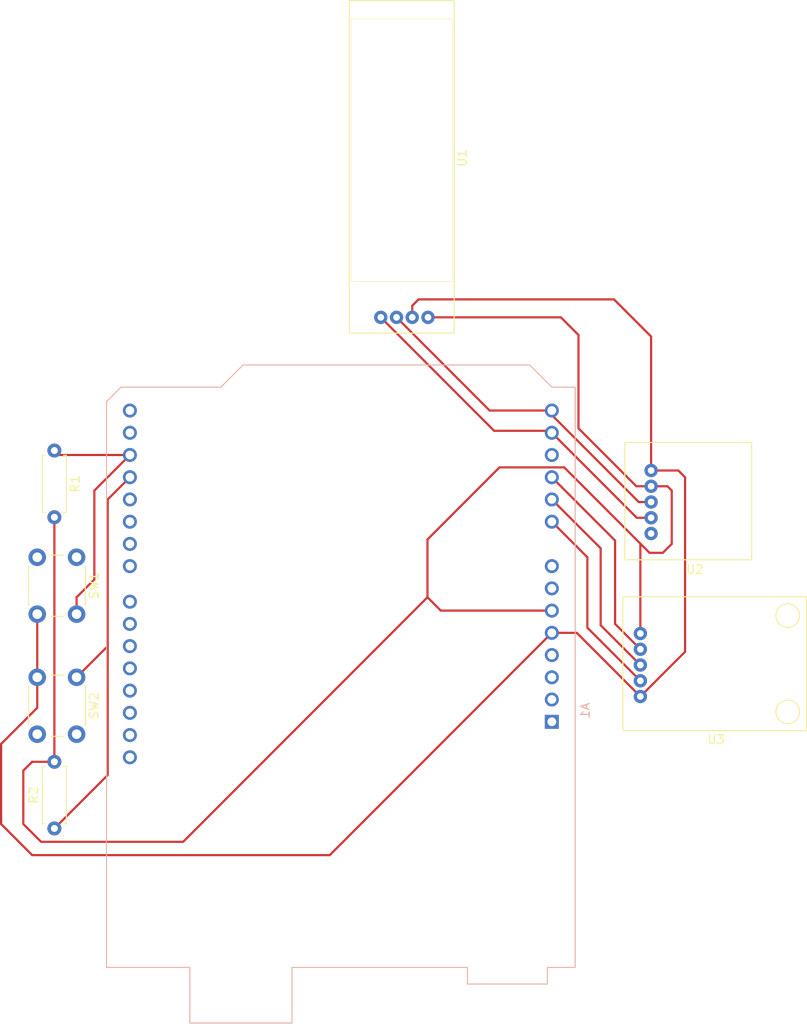
<source format=kicad_pcb>
(kicad_pcb (version 20171130) (host pcbnew 5.1.8-db9833491~88~ubuntu20.10.1)

  (general
    (thickness 1.6)
    (drawings 0)
    (tracks 76)
    (zones 0)
    (modules 8)
    (nets 32)
  )

  (page A4)
  (title_block
    (title "Electronic Compass")
    (date 2020-12-23)
    (rev V1)
  )

  (layers
    (0 F.Cu signal)
    (31 B.Cu signal)
    (32 B.Adhes user)
    (33 F.Adhes user)
    (34 B.Paste user)
    (35 F.Paste user)
    (36 B.SilkS user)
    (37 F.SilkS user)
    (38 B.Mask user)
    (39 F.Mask user)
    (40 Dwgs.User user)
    (41 Cmts.User user)
    (42 Eco1.User user)
    (43 Eco2.User user)
    (44 Edge.Cuts user)
    (45 Margin user)
    (46 B.CrtYd user)
    (47 F.CrtYd user)
    (48 B.Fab user)
    (49 F.Fab user)
  )

  (setup
    (last_trace_width 0.25)
    (trace_clearance 0.2)
    (zone_clearance 0.508)
    (zone_45_only no)
    (trace_min 0.2)
    (via_size 0.8)
    (via_drill 0.4)
    (via_min_size 0.4)
    (via_min_drill 0.3)
    (uvia_size 0.3)
    (uvia_drill 0.1)
    (uvias_allowed no)
    (uvia_min_size 0.2)
    (uvia_min_drill 0.1)
    (edge_width 0.05)
    (segment_width 0.2)
    (pcb_text_width 0.3)
    (pcb_text_size 1.5 1.5)
    (mod_edge_width 0.12)
    (mod_text_size 1 1)
    (mod_text_width 0.15)
    (pad_size 1.524 1.524)
    (pad_drill 0.762)
    (pad_to_mask_clearance 0)
    (aux_axis_origin 0 0)
    (visible_elements FFFFFF7F)
    (pcbplotparams
      (layerselection 0x010fc_ffffffff)
      (usegerberextensions false)
      (usegerberattributes true)
      (usegerberadvancedattributes true)
      (creategerberjobfile true)
      (excludeedgelayer true)
      (linewidth 0.100000)
      (plotframeref false)
      (viasonmask false)
      (mode 1)
      (useauxorigin false)
      (hpglpennumber 1)
      (hpglpenspeed 20)
      (hpglpendiameter 15.000000)
      (psnegative false)
      (psa4output false)
      (plotreference true)
      (plotvalue true)
      (plotinvisibletext false)
      (padsonsilk false)
      (subtractmaskfromsilk false)
      (outputformat 1)
      (mirror false)
      (drillshape 1)
      (scaleselection 1)
      (outputdirectory ""))
  )

  (net 0 "")
  (net 1 "Net-(A1-Pad29)")
  (net 2 "Net-(A1-Pad30)")
  (net 3 "Net-(A1-Pad1)")
  (net 4 /D2)
  (net 5 "Net-(A1-Pad2)")
  (net 6 /D3)
  (net 7 "Net-(A1-Pad3)")
  (net 8 "Net-(A1-Pad19)")
  (net 9 "Net-(A1-Pad4)")
  (net 10 "Net-(A1-Pad20)")
  (net 11 /VCC)
  (net 12 "Net-(A1-Pad21)")
  (net 13 /GND)
  (net 14 "Net-(A1-Pad22)")
  (net 15 "Net-(A1-Pad7)")
  (net 16 "Net-(A1-Pad23)")
  (net 17 "Net-(A1-Pad8)")
  (net 18 "Net-(A1-Pad24)")
  (net 19 /A0)
  (net 20 "Net-(A1-Pad25)")
  (net 21 /A1)
  (net 22 "Net-(A1-Pad26)")
  (net 23 /A2)
  (net 24 "Net-(A1-Pad27)")
  (net 25 "Net-(A1-Pad12)")
  (net 26 "Net-(A1-Pad28)")
  (net 27 /SDA)
  (net 28 /SCL)
  (net 29 "Net-(A1-Pad15)")
  (net 30 "Net-(A1-Pad16)")
  (net 31 "Net-(U2-Pad1)")

  (net_class Default "This is the default net class."
    (clearance 0.2)
    (trace_width 0.25)
    (via_dia 0.8)
    (via_drill 0.4)
    (uvia_dia 0.3)
    (uvia_drill 0.1)
    (add_net /A0)
    (add_net /A1)
    (add_net /A2)
    (add_net /D2)
    (add_net /D3)
    (add_net /GND)
    (add_net /SCL)
    (add_net /SDA)
    (add_net /VCC)
    (add_net "Net-(A1-Pad1)")
    (add_net "Net-(A1-Pad12)")
    (add_net "Net-(A1-Pad15)")
    (add_net "Net-(A1-Pad16)")
    (add_net "Net-(A1-Pad19)")
    (add_net "Net-(A1-Pad2)")
    (add_net "Net-(A1-Pad20)")
    (add_net "Net-(A1-Pad21)")
    (add_net "Net-(A1-Pad22)")
    (add_net "Net-(A1-Pad23)")
    (add_net "Net-(A1-Pad24)")
    (add_net "Net-(A1-Pad25)")
    (add_net "Net-(A1-Pad26)")
    (add_net "Net-(A1-Pad27)")
    (add_net "Net-(A1-Pad28)")
    (add_net "Net-(A1-Pad29)")
    (add_net "Net-(A1-Pad3)")
    (add_net "Net-(A1-Pad30)")
    (add_net "Net-(A1-Pad4)")
    (add_net "Net-(A1-Pad7)")
    (add_net "Net-(A1-Pad8)")
    (add_net "Net-(U2-Pad1)")
  )

  (module Module:Arduino_UNO_R2 (layer B.Cu) (tedit 58AB6071) (tstamp 5FE41568)
    (at 155.956 106.68 90)
    (descr "Arduino UNO R2, http://www.mouser.com/pdfdocs/Gravitech_Arduino_Nano3_0.pdf")
    (tags "Arduino UNO R2")
    (path /5FE398AF)
    (fp_text reference A1 (at 1.27 3.81 -90) (layer B.SilkS)
      (effects (font (size 1 1) (thickness 0.15)) (justify mirror))
    )
    (fp_text value Arduino_UNO_R2 (at 0 -21.59 90) (layer B.Fab)
      (effects (font (size 1 1) (thickness 0.15)) (justify mirror))
    )
    (fp_line (start -27.94 2.54) (end 38.1 2.54) (layer B.Fab) (width 0.1))
    (fp_line (start -27.94 -50.8) (end -27.94 2.54) (layer B.Fab) (width 0.1))
    (fp_line (start 36.58 -50.8) (end -27.94 -50.8) (layer B.Fab) (width 0.1))
    (fp_line (start 38.1 -49.28) (end 36.58 -50.8) (layer B.Fab) (width 0.1))
    (fp_line (start 38.1 0) (end 40.64 -2.54) (layer B.Fab) (width 0.1))
    (fp_line (start 38.1 2.54) (end 38.1 0) (layer B.Fab) (width 0.1))
    (fp_line (start 40.64 -35.31) (end 38.1 -37.85) (layer B.Fab) (width 0.1))
    (fp_line (start 40.64 -2.54) (end 40.64 -35.31) (layer B.Fab) (width 0.1))
    (fp_line (start 38.1 -37.85) (end 38.1 -49.28) (layer B.Fab) (width 0.1))
    (fp_line (start -29.84 -9.53) (end -29.84 -0.64) (layer B.Fab) (width 0.1))
    (fp_line (start -16.51 -9.53) (end -29.84 -9.53) (layer B.Fab) (width 0.1))
    (fp_line (start -16.51 -0.64) (end -16.51 -9.53) (layer B.Fab) (width 0.1))
    (fp_line (start -29.84 -0.64) (end -16.51 -0.64) (layer B.Fab) (width 0.1))
    (fp_line (start -34.29 -41.27) (end -34.29 -29.84) (layer B.Fab) (width 0.1))
    (fp_line (start -18.41 -41.27) (end -34.29 -41.27) (layer B.Fab) (width 0.1))
    (fp_line (start -18.41 -29.84) (end -18.41 -41.27) (layer B.Fab) (width 0.1))
    (fp_line (start -34.29 -29.84) (end -18.41 -29.84) (layer B.Fab) (width 0.1))
    (fp_line (start 38.23 -37.85) (end 40.77 -35.31) (layer B.SilkS) (width 0.12))
    (fp_line (start 38.23 -49.28) (end 38.23 -37.85) (layer B.SilkS) (width 0.12))
    (fp_line (start 36.58 -50.93) (end 38.23 -49.28) (layer B.SilkS) (width 0.12))
    (fp_line (start -28.07 -50.93) (end 36.58 -50.93) (layer B.SilkS) (width 0.12))
    (fp_line (start -28.07 -41.4) (end -28.07 -50.93) (layer B.SilkS) (width 0.12))
    (fp_line (start -34.42 -41.4) (end -28.07 -41.4) (layer B.SilkS) (width 0.12))
    (fp_line (start -34.42 -29.72) (end -34.42 -41.4) (layer B.SilkS) (width 0.12))
    (fp_line (start -28.07 -29.72) (end -34.42 -29.72) (layer B.SilkS) (width 0.12))
    (fp_line (start -28.07 -9.65) (end -28.07 -29.72) (layer B.SilkS) (width 0.12))
    (fp_line (start -29.97 -9.65) (end -28.07 -9.65) (layer B.SilkS) (width 0.12))
    (fp_line (start -29.97 -0.51) (end -29.97 -9.65) (layer B.SilkS) (width 0.12))
    (fp_line (start -28.07 -0.51) (end -29.97 -0.51) (layer B.SilkS) (width 0.12))
    (fp_line (start -28.07 2.67) (end -28.07 -0.51) (layer B.SilkS) (width 0.12))
    (fp_line (start 38.23 2.67) (end -28.07 2.67) (layer B.SilkS) (width 0.12))
    (fp_line (start 38.23 0) (end 38.23 2.67) (layer B.SilkS) (width 0.12))
    (fp_line (start 40.77 -2.54) (end 38.23 0) (layer B.SilkS) (width 0.12))
    (fp_line (start 40.77 -35.31) (end 40.77 -2.54) (layer B.SilkS) (width 0.12))
    (fp_line (start -28.19 2.79) (end 38.35 2.79) (layer B.CrtYd) (width 0.05))
    (fp_line (start -28.19 -0.38) (end -28.19 2.79) (layer B.CrtYd) (width 0.05))
    (fp_line (start -30.1 -0.38) (end -28.19 -0.38) (layer B.CrtYd) (width 0.05))
    (fp_line (start -30.1 -9.78) (end -30.1 -0.38) (layer B.CrtYd) (width 0.05))
    (fp_line (start -28.19 -9.78) (end -30.1 -9.78) (layer B.CrtYd) (width 0.05))
    (fp_line (start -28.19 -29.59) (end -28.19 -9.78) (layer B.CrtYd) (width 0.05))
    (fp_line (start -34.54 -29.59) (end -28.19 -29.59) (layer B.CrtYd) (width 0.05))
    (fp_line (start -34.54 -41.53) (end -34.54 -29.59) (layer B.CrtYd) (width 0.05))
    (fp_line (start -28.19 -41.53) (end -34.54 -41.53) (layer B.CrtYd) (width 0.05))
    (fp_line (start -28.19 -51.05) (end -28.19 -41.53) (layer B.CrtYd) (width 0.05))
    (fp_line (start 36.58 -51.05) (end -28.19 -51.05) (layer B.CrtYd) (width 0.05))
    (fp_line (start 38.35 -49.28) (end 36.58 -51.05) (layer B.CrtYd) (width 0.05))
    (fp_line (start 38.35 -37.85) (end 38.35 -49.28) (layer B.CrtYd) (width 0.05))
    (fp_line (start 40.89 -35.31) (end 38.35 -37.85) (layer B.CrtYd) (width 0.05))
    (fp_line (start 40.89 -2.54) (end 40.89 -35.31) (layer B.CrtYd) (width 0.05))
    (fp_line (start 38.35 0) (end 40.89 -2.54) (layer B.CrtYd) (width 0.05))
    (fp_line (start 38.35 2.79) (end 38.35 0) (layer B.CrtYd) (width 0.05))
    (fp_text user %R (at 0 -19.05 -90) (layer B.Fab)
      (effects (font (size 1 1) (thickness 0.15)) (justify mirror))
    )
    (pad 29 thru_hole oval (at -1.52 -48.26) (size 1.6 1.6) (drill 1) (layers *.Cu *.Mask)
      (net 1 "Net-(A1-Pad29)"))
    (pad 30 thru_hole oval (at -4.06 -48.26) (size 1.6 1.6) (drill 1) (layers *.Cu *.Mask)
      (net 2 "Net-(A1-Pad30)"))
    (pad 1 thru_hole rect (at 0 0) (size 1.6 1.6) (drill 1) (layers *.Cu *.Mask)
      (net 3 "Net-(A1-Pad1)"))
    (pad 17 thru_hole oval (at 30.48 -48.26) (size 1.6 1.6) (drill 1) (layers *.Cu *.Mask)
      (net 4 /D2))
    (pad 2 thru_hole oval (at 2.54 0) (size 1.6 1.6) (drill 1) (layers *.Cu *.Mask)
      (net 5 "Net-(A1-Pad2)"))
    (pad 18 thru_hole oval (at 27.94 -48.26) (size 1.6 1.6) (drill 1) (layers *.Cu *.Mask)
      (net 6 /D3))
    (pad 3 thru_hole oval (at 5.08 0) (size 1.6 1.6) (drill 1) (layers *.Cu *.Mask)
      (net 7 "Net-(A1-Pad3)"))
    (pad 19 thru_hole oval (at 25.4 -48.26) (size 1.6 1.6) (drill 1) (layers *.Cu *.Mask)
      (net 8 "Net-(A1-Pad19)"))
    (pad 4 thru_hole oval (at 7.62 0) (size 1.6 1.6) (drill 1) (layers *.Cu *.Mask)
      (net 9 "Net-(A1-Pad4)"))
    (pad 20 thru_hole oval (at 22.86 -48.26) (size 1.6 1.6) (drill 1) (layers *.Cu *.Mask)
      (net 10 "Net-(A1-Pad20)"))
    (pad 5 thru_hole oval (at 10.16 0) (size 1.6 1.6) (drill 1) (layers *.Cu *.Mask)
      (net 11 /VCC))
    (pad 21 thru_hole oval (at 20.32 -48.26) (size 1.6 1.6) (drill 1) (layers *.Cu *.Mask)
      (net 12 "Net-(A1-Pad21)"))
    (pad 6 thru_hole oval (at 12.7 0) (size 1.6 1.6) (drill 1) (layers *.Cu *.Mask)
      (net 13 /GND))
    (pad 22 thru_hole oval (at 17.78 -48.26) (size 1.6 1.6) (drill 1) (layers *.Cu *.Mask)
      (net 14 "Net-(A1-Pad22)"))
    (pad 7 thru_hole oval (at 15.24 0) (size 1.6 1.6) (drill 1) (layers *.Cu *.Mask)
      (net 15 "Net-(A1-Pad7)"))
    (pad 23 thru_hole oval (at 13.72 -48.26) (size 1.6 1.6) (drill 1) (layers *.Cu *.Mask)
      (net 16 "Net-(A1-Pad23)"))
    (pad 8 thru_hole oval (at 17.78 0) (size 1.6 1.6) (drill 1) (layers *.Cu *.Mask)
      (net 17 "Net-(A1-Pad8)"))
    (pad 24 thru_hole oval (at 11.18 -48.26) (size 1.6 1.6) (drill 1) (layers *.Cu *.Mask)
      (net 18 "Net-(A1-Pad24)"))
    (pad 9 thru_hole oval (at 22.86 0) (size 1.6 1.6) (drill 1) (layers *.Cu *.Mask)
      (net 19 /A0))
    (pad 25 thru_hole oval (at 8.64 -48.26) (size 1.6 1.6) (drill 1) (layers *.Cu *.Mask)
      (net 20 "Net-(A1-Pad25)"))
    (pad 10 thru_hole oval (at 25.4 0) (size 1.6 1.6) (drill 1) (layers *.Cu *.Mask)
      (net 21 /A1))
    (pad 26 thru_hole oval (at 6.1 -48.26) (size 1.6 1.6) (drill 1) (layers *.Cu *.Mask)
      (net 22 "Net-(A1-Pad26)"))
    (pad 11 thru_hole oval (at 27.94 0) (size 1.6 1.6) (drill 1) (layers *.Cu *.Mask)
      (net 23 /A2))
    (pad 27 thru_hole oval (at 3.56 -48.26) (size 1.6 1.6) (drill 1) (layers *.Cu *.Mask)
      (net 24 "Net-(A1-Pad27)"))
    (pad 12 thru_hole oval (at 30.48 0) (size 1.6 1.6) (drill 1) (layers *.Cu *.Mask)
      (net 25 "Net-(A1-Pad12)"))
    (pad 28 thru_hole oval (at 1.02 -48.26) (size 1.6 1.6) (drill 1) (layers *.Cu *.Mask)
      (net 26 "Net-(A1-Pad28)"))
    (pad 13 thru_hole oval (at 33.02 0) (size 1.6 1.6) (drill 1) (layers *.Cu *.Mask)
      (net 27 /SDA))
    (pad 14 thru_hole oval (at 35.56 0) (size 1.6 1.6) (drill 1) (layers *.Cu *.Mask)
      (net 28 /SCL))
    (pad 15 thru_hole oval (at 35.56 -48.26) (size 1.6 1.6) (drill 1) (layers *.Cu *.Mask)
      (net 29 "Net-(A1-Pad15)"))
    (pad 16 thru_hole oval (at 33.02 -48.26) (size 1.6 1.6) (drill 1) (layers *.Cu *.Mask)
      (net 30 "Net-(A1-Pad16)"))
    (model ${KISYS3DMOD}/Module.3dshapes/Arduino_UNO_R2.wrl
      (at (xyz 0 0 0))
      (scale (xyz 1 1 1))
      (rotate (xyz 0 0 0))
    )
  )

  (module breakout_boards:GY-61_ADXL335 (layer F.Cu) (tedit 5FE3D1A2) (tstamp 5FE41600)
    (at 164.084 107.696)
    (path /5FE3A15E)
    (fp_text reference U3 (at 10.668 1.016) (layer F.SilkS)
      (effects (font (size 1 1) (thickness 0.15)))
    )
    (fp_text value GY-61_ADXL335 (at 11.176 -16.256) (layer F.Fab)
      (effects (font (size 1 1) (thickness 0.15)))
    )
    (fp_circle (center 18.85 -2.15) (end 20.2 -2.15) (layer F.SilkS) (width 0.12))
    (fp_circle (center 18.85 -13.15) (end 20.2 -13.15) (layer F.SilkS) (width 0.12))
    (fp_line (start 21 0) (end 0 0) (layer F.SilkS) (width 0.12))
    (fp_line (start 21 -15.3) (end 21 0) (layer F.SilkS) (width 0.12))
    (fp_line (start 0 -15.3) (end 21 -15.3) (layer F.SilkS) (width 0.12))
    (fp_line (start 0 0) (end 0 -15.3) (layer F.SilkS) (width 0.12))
    (pad 1 thru_hole circle (at 2 -3.9) (size 1.524 1.524) (drill 0.762) (layers *.Cu *.Mask)
      (net 11 /VCC))
    (pad 2 thru_hole circle (at 2 -5.7) (size 1.524 1.524) (drill 0.762) (layers *.Cu *.Mask)
      (net 19 /A0))
    (pad 3 thru_hole circle (at 2 -7.5) (size 1.524 1.524) (drill 0.762) (layers *.Cu *.Mask)
      (net 21 /A1))
    (pad 4 thru_hole circle (at 2 -9.3) (size 1.524 1.524) (drill 0.762) (layers *.Cu *.Mask)
      (net 23 /A2))
    (pad 5 thru_hole circle (at 2 -11.1) (size 1.524 1.524) (drill 0.762) (layers *.Cu *.Mask)
      (net 13 /GND))
  )

  (module Resistor_THT:R_Axial_DIN0207_L6.3mm_D2.5mm_P7.62mm_Horizontal (layer F.Cu) (tedit 5AE5139B) (tstamp 5FE4157F)
    (at 99.06 75.692 270)
    (descr "Resistor, Axial_DIN0207 series, Axial, Horizontal, pin pitch=7.62mm, 0.25W = 1/4W, length*diameter=6.3*2.5mm^2, http://cdn-reichelt.de/documents/datenblatt/B400/1_4W%23YAG.pdf")
    (tags "Resistor Axial_DIN0207 series Axial Horizontal pin pitch 7.62mm 0.25W = 1/4W length 6.3mm diameter 2.5mm")
    (path /5FE3EFA9)
    (fp_text reference R1 (at 3.81 -2.37 90) (layer F.SilkS)
      (effects (font (size 1 1) (thickness 0.15)))
    )
    (fp_text value 10K (at 3.81 2.37 90) (layer F.Fab)
      (effects (font (size 1 1) (thickness 0.15)))
    )
    (fp_line (start 8.67 -1.5) (end -1.05 -1.5) (layer F.CrtYd) (width 0.05))
    (fp_line (start 8.67 1.5) (end 8.67 -1.5) (layer F.CrtYd) (width 0.05))
    (fp_line (start -1.05 1.5) (end 8.67 1.5) (layer F.CrtYd) (width 0.05))
    (fp_line (start -1.05 -1.5) (end -1.05 1.5) (layer F.CrtYd) (width 0.05))
    (fp_line (start 7.08 1.37) (end 7.08 1.04) (layer F.SilkS) (width 0.12))
    (fp_line (start 0.54 1.37) (end 7.08 1.37) (layer F.SilkS) (width 0.12))
    (fp_line (start 0.54 1.04) (end 0.54 1.37) (layer F.SilkS) (width 0.12))
    (fp_line (start 7.08 -1.37) (end 7.08 -1.04) (layer F.SilkS) (width 0.12))
    (fp_line (start 0.54 -1.37) (end 7.08 -1.37) (layer F.SilkS) (width 0.12))
    (fp_line (start 0.54 -1.04) (end 0.54 -1.37) (layer F.SilkS) (width 0.12))
    (fp_line (start 7.62 0) (end 6.96 0) (layer F.Fab) (width 0.1))
    (fp_line (start 0 0) (end 0.66 0) (layer F.Fab) (width 0.1))
    (fp_line (start 6.96 -1.25) (end 0.66 -1.25) (layer F.Fab) (width 0.1))
    (fp_line (start 6.96 1.25) (end 6.96 -1.25) (layer F.Fab) (width 0.1))
    (fp_line (start 0.66 1.25) (end 6.96 1.25) (layer F.Fab) (width 0.1))
    (fp_line (start 0.66 -1.25) (end 0.66 1.25) (layer F.Fab) (width 0.1))
    (fp_text user %R (at 3.81 0 90) (layer F.Fab)
      (effects (font (size 1 1) (thickness 0.15)))
    )
    (pad 1 thru_hole circle (at 0 0 270) (size 1.6 1.6) (drill 0.8) (layers *.Cu *.Mask)
      (net 4 /D2))
    (pad 2 thru_hole oval (at 7.62 0 270) (size 1.6 1.6) (drill 0.8) (layers *.Cu *.Mask)
      (net 13 /GND))
    (model ${KISYS3DMOD}/Resistor_THT.3dshapes/R_Axial_DIN0207_L6.3mm_D2.5mm_P7.62mm_Horizontal.wrl
      (at (xyz 0 0 0))
      (scale (xyz 1 1 1))
      (rotate (xyz 0 0 0))
    )
  )

  (module Resistor_THT:R_Axial_DIN0207_L6.3mm_D2.5mm_P7.62mm_Horizontal (layer F.Cu) (tedit 5AE5139B) (tstamp 5FE41596)
    (at 99.06 118.872 90)
    (descr "Resistor, Axial_DIN0207 series, Axial, Horizontal, pin pitch=7.62mm, 0.25W = 1/4W, length*diameter=6.3*2.5mm^2, http://cdn-reichelt.de/documents/datenblatt/B400/1_4W%23YAG.pdf")
    (tags "Resistor Axial_DIN0207 series Axial Horizontal pin pitch 7.62mm 0.25W = 1/4W length 6.3mm diameter 2.5mm")
    (path /5FE3F788)
    (fp_text reference R2 (at 3.81 -2.37 90) (layer F.SilkS)
      (effects (font (size 1 1) (thickness 0.15)))
    )
    (fp_text value 10K (at 3.81 2.37 90) (layer F.Fab)
      (effects (font (size 1 1) (thickness 0.15)))
    )
    (fp_line (start 0.66 -1.25) (end 0.66 1.25) (layer F.Fab) (width 0.1))
    (fp_line (start 0.66 1.25) (end 6.96 1.25) (layer F.Fab) (width 0.1))
    (fp_line (start 6.96 1.25) (end 6.96 -1.25) (layer F.Fab) (width 0.1))
    (fp_line (start 6.96 -1.25) (end 0.66 -1.25) (layer F.Fab) (width 0.1))
    (fp_line (start 0 0) (end 0.66 0) (layer F.Fab) (width 0.1))
    (fp_line (start 7.62 0) (end 6.96 0) (layer F.Fab) (width 0.1))
    (fp_line (start 0.54 -1.04) (end 0.54 -1.37) (layer F.SilkS) (width 0.12))
    (fp_line (start 0.54 -1.37) (end 7.08 -1.37) (layer F.SilkS) (width 0.12))
    (fp_line (start 7.08 -1.37) (end 7.08 -1.04) (layer F.SilkS) (width 0.12))
    (fp_line (start 0.54 1.04) (end 0.54 1.37) (layer F.SilkS) (width 0.12))
    (fp_line (start 0.54 1.37) (end 7.08 1.37) (layer F.SilkS) (width 0.12))
    (fp_line (start 7.08 1.37) (end 7.08 1.04) (layer F.SilkS) (width 0.12))
    (fp_line (start -1.05 -1.5) (end -1.05 1.5) (layer F.CrtYd) (width 0.05))
    (fp_line (start -1.05 1.5) (end 8.67 1.5) (layer F.CrtYd) (width 0.05))
    (fp_line (start 8.67 1.5) (end 8.67 -1.5) (layer F.CrtYd) (width 0.05))
    (fp_line (start 8.67 -1.5) (end -1.05 -1.5) (layer F.CrtYd) (width 0.05))
    (fp_text user %R (at 3.81 0 90) (layer F.Fab)
      (effects (font (size 1 1) (thickness 0.15)))
    )
    (pad 2 thru_hole oval (at 7.62 0 90) (size 1.6 1.6) (drill 0.8) (layers *.Cu *.Mask)
      (net 13 /GND))
    (pad 1 thru_hole circle (at 0 0 90) (size 1.6 1.6) (drill 0.8) (layers *.Cu *.Mask)
      (net 6 /D3))
    (model ${KISYS3DMOD}/Resistor_THT.3dshapes/R_Axial_DIN0207_L6.3mm_D2.5mm_P7.62mm_Horizontal.wrl
      (at (xyz 0 0 0))
      (scale (xyz 1 1 1))
      (rotate (xyz 0 0 0))
    )
  )

  (module Button_Switch_THT:SW_PUSH_6mm_H4.3mm (layer F.Cu) (tedit 5A02FE31) (tstamp 5FE4197D)
    (at 101.6 87.884 270)
    (descr "tactile push button, 6x6mm e.g. PHAP33xx series, height=4.3mm")
    (tags "tact sw push 6mm")
    (path /5FE3E267)
    (fp_text reference SW1 (at 3.25 -2 90) (layer F.SilkS)
      (effects (font (size 1 1) (thickness 0.15)))
    )
    (fp_text value SW_Push_Dual_x2 (at 3.75 6.7 90) (layer F.Fab)
      (effects (font (size 1 1) (thickness 0.15)))
    )
    (fp_circle (center 3.25 2.25) (end 1.25 2.5) (layer F.Fab) (width 0.1))
    (fp_line (start 6.75 3) (end 6.75 1.5) (layer F.SilkS) (width 0.12))
    (fp_line (start 5.5 -1) (end 1 -1) (layer F.SilkS) (width 0.12))
    (fp_line (start -0.25 1.5) (end -0.25 3) (layer F.SilkS) (width 0.12))
    (fp_line (start 1 5.5) (end 5.5 5.5) (layer F.SilkS) (width 0.12))
    (fp_line (start 8 -1.25) (end 8 5.75) (layer F.CrtYd) (width 0.05))
    (fp_line (start 7.75 6) (end -1.25 6) (layer F.CrtYd) (width 0.05))
    (fp_line (start -1.5 5.75) (end -1.5 -1.25) (layer F.CrtYd) (width 0.05))
    (fp_line (start -1.25 -1.5) (end 7.75 -1.5) (layer F.CrtYd) (width 0.05))
    (fp_line (start -1.5 6) (end -1.25 6) (layer F.CrtYd) (width 0.05))
    (fp_line (start -1.5 5.75) (end -1.5 6) (layer F.CrtYd) (width 0.05))
    (fp_line (start -1.5 -1.5) (end -1.25 -1.5) (layer F.CrtYd) (width 0.05))
    (fp_line (start -1.5 -1.25) (end -1.5 -1.5) (layer F.CrtYd) (width 0.05))
    (fp_line (start 8 -1.5) (end 8 -1.25) (layer F.CrtYd) (width 0.05))
    (fp_line (start 7.75 -1.5) (end 8 -1.5) (layer F.CrtYd) (width 0.05))
    (fp_line (start 8 6) (end 8 5.75) (layer F.CrtYd) (width 0.05))
    (fp_line (start 7.75 6) (end 8 6) (layer F.CrtYd) (width 0.05))
    (fp_line (start 0.25 -0.75) (end 3.25 -0.75) (layer F.Fab) (width 0.1))
    (fp_line (start 0.25 5.25) (end 0.25 -0.75) (layer F.Fab) (width 0.1))
    (fp_line (start 6.25 5.25) (end 0.25 5.25) (layer F.Fab) (width 0.1))
    (fp_line (start 6.25 -0.75) (end 6.25 5.25) (layer F.Fab) (width 0.1))
    (fp_line (start 3.25 -0.75) (end 6.25 -0.75) (layer F.Fab) (width 0.1))
    (fp_text user %R (at 3.25 2.25 90) (layer F.Fab)
      (effects (font (size 1 1) (thickness 0.15)))
    )
    (pad 2 thru_hole circle (at 0 4.5) (size 2 2) (drill 1.1) (layers *.Cu *.Mask)
      (net 11 /VCC))
    (pad 1 thru_hole circle (at 0 0) (size 2 2) (drill 1.1) (layers *.Cu *.Mask)
      (net 4 /D2))
    (pad 2 thru_hole circle (at 6.5 4.5) (size 2 2) (drill 1.1) (layers *.Cu *.Mask)
      (net 11 /VCC))
    (pad 1 thru_hole circle (at 6.5 0) (size 2 2) (drill 1.1) (layers *.Cu *.Mask)
      (net 4 /D2))
    (model ${KISYS3DMOD}/Button_Switch_THT.3dshapes/SW_PUSH_6mm_H4.3mm.wrl
      (at (xyz 0 0 0))
      (scale (xyz 1 1 1))
      (rotate (xyz 0 0 0))
    )
  )

  (module Button_Switch_THT:SW_PUSH_6mm_H4.3mm (layer F.Cu) (tedit 5A02FE31) (tstamp 5FE415D4)
    (at 101.6 101.6 270)
    (descr "tactile push button, 6x6mm e.g. PHAP33xx series, height=4.3mm")
    (tags "tact sw push 6mm")
    (path /5FEA3381)
    (fp_text reference SW2 (at 3.25 -2 90) (layer F.SilkS)
      (effects (font (size 1 1) (thickness 0.15)))
    )
    (fp_text value SW_Push_Dual_x2 (at 3.75 6.7 90) (layer F.Fab)
      (effects (font (size 1 1) (thickness 0.15)))
    )
    (fp_line (start 3.25 -0.75) (end 6.25 -0.75) (layer F.Fab) (width 0.1))
    (fp_line (start 6.25 -0.75) (end 6.25 5.25) (layer F.Fab) (width 0.1))
    (fp_line (start 6.25 5.25) (end 0.25 5.25) (layer F.Fab) (width 0.1))
    (fp_line (start 0.25 5.25) (end 0.25 -0.75) (layer F.Fab) (width 0.1))
    (fp_line (start 0.25 -0.75) (end 3.25 -0.75) (layer F.Fab) (width 0.1))
    (fp_line (start 7.75 6) (end 8 6) (layer F.CrtYd) (width 0.05))
    (fp_line (start 8 6) (end 8 5.75) (layer F.CrtYd) (width 0.05))
    (fp_line (start 7.75 -1.5) (end 8 -1.5) (layer F.CrtYd) (width 0.05))
    (fp_line (start 8 -1.5) (end 8 -1.25) (layer F.CrtYd) (width 0.05))
    (fp_line (start -1.5 -1.25) (end -1.5 -1.5) (layer F.CrtYd) (width 0.05))
    (fp_line (start -1.5 -1.5) (end -1.25 -1.5) (layer F.CrtYd) (width 0.05))
    (fp_line (start -1.5 5.75) (end -1.5 6) (layer F.CrtYd) (width 0.05))
    (fp_line (start -1.5 6) (end -1.25 6) (layer F.CrtYd) (width 0.05))
    (fp_line (start -1.25 -1.5) (end 7.75 -1.5) (layer F.CrtYd) (width 0.05))
    (fp_line (start -1.5 5.75) (end -1.5 -1.25) (layer F.CrtYd) (width 0.05))
    (fp_line (start 7.75 6) (end -1.25 6) (layer F.CrtYd) (width 0.05))
    (fp_line (start 8 -1.25) (end 8 5.75) (layer F.CrtYd) (width 0.05))
    (fp_line (start 1 5.5) (end 5.5 5.5) (layer F.SilkS) (width 0.12))
    (fp_line (start -0.25 1.5) (end -0.25 3) (layer F.SilkS) (width 0.12))
    (fp_line (start 5.5 -1) (end 1 -1) (layer F.SilkS) (width 0.12))
    (fp_line (start 6.75 3) (end 6.75 1.5) (layer F.SilkS) (width 0.12))
    (fp_circle (center 3.25 2.25) (end 1.25 2.5) (layer F.Fab) (width 0.1))
    (fp_text user %R (at 3.25 2.25 90) (layer F.Fab)
      (effects (font (size 1 1) (thickness 0.15)))
    )
    (pad 1 thru_hole circle (at 6.5 0) (size 2 2) (drill 1.1) (layers *.Cu *.Mask)
      (net 6 /D3))
    (pad 2 thru_hole circle (at 6.5 4.5) (size 2 2) (drill 1.1) (layers *.Cu *.Mask)
      (net 11 /VCC))
    (pad 1 thru_hole circle (at 0 0) (size 2 2) (drill 1.1) (layers *.Cu *.Mask)
      (net 6 /D3))
    (pad 2 thru_hole circle (at 0 4.5) (size 2 2) (drill 1.1) (layers *.Cu *.Mask)
      (net 11 /VCC))
    (model ${KISYS3DMOD}/Button_Switch_THT.3dshapes/SW_PUSH_6mm_H4.3mm.wrl
      (at (xyz 0 0 0))
      (scale (xyz 1 1 1))
      (rotate (xyz 0 0 0))
    )
  )

  (module breakout_boards:OLED_128x32 (layer F.Cu) (tedit 5FDFD397) (tstamp 5FE415E4)
    (at 139.192 42.672 90)
    (path /5FE3B5B4)
    (fp_text reference U1 (at 0.4 6.5 90) (layer F.SilkS)
      (effects (font (size 1 1) (thickness 0.15)))
    )
    (fp_text value OLED_128x32 (at -0.5 -7.5 90) (layer F.Fab)
      (effects (font (size 1 1) (thickness 0.15)))
    )
    (fp_line (start -19.6 -6.4) (end -19.6 5.6) (layer F.SilkS) (width 0.12))
    (fp_line (start 18.4 -6.4) (end -19.6 -6.4) (layer F.SilkS) (width 0.12))
    (fp_line (start 18.4 5.6) (end 18.4 -6.4) (layer F.SilkS) (width 0.12))
    (fp_line (start -19.6 5.6) (end 18.4 5.6) (layer F.SilkS) (width 0.12))
    (fp_line (start -13.7 -6.2) (end -13.7 5.4) (layer F.SilkS) (width 0.06))
    (fp_line (start -13.7 5.4) (end 16.3 5.4) (layer F.SilkS) (width 0.06))
    (fp_line (start 16.3 5.4) (end 16.3 -6.2) (layer F.SilkS) (width 0.06))
    (fp_line (start 16.3 -6.2) (end -13.7 -6.2) (layer F.SilkS) (width 0.06))
    (pad 1 thru_hole circle (at -17.8 2.6 90) (size 1.524 1.524) (drill 0.762) (layers *.Cu *.Mask)
      (net 13 /GND))
    (pad 2 thru_hole circle (at -17.8 0.8 90) (size 1.524 1.524) (drill 0.762) (layers *.Cu *.Mask)
      (net 11 /VCC))
    (pad 3 thru_hole circle (at -17.8 -1 90) (size 1.524 1.524) (drill 0.762) (layers *.Cu *.Mask)
      (net 28 /SCL))
    (pad 4 thru_hole circle (at -17.8 -2.8 90) (size 1.524 1.524) (drill 0.762) (layers *.Cu *.Mask)
      (net 27 /SDA))
  )

  (module breakout_boards:GY-271_QMLC5883L (layer F.Cu) (tedit 5FE11E94) (tstamp 5FE415F1)
    (at 172.212 80.772)
    (path /5FE3ACCD)
    (fp_text reference U2 (at 0.1 8.5) (layer F.SilkS)
      (effects (font (size 1 1) (thickness 0.15)))
    )
    (fp_text value GY-271_QMC5883L (at 0 -7.5) (layer F.Fab)
      (effects (font (size 1 1) (thickness 0.15)))
    )
    (fp_line (start 6.6 -6) (end 6.6 7.4) (layer F.SilkS) (width 0.12))
    (fp_line (start -7.9 7.4) (end -7.9 -6) (layer F.SilkS) (width 0.12))
    (fp_line (start 6.6 7.4) (end -7.9 7.4) (layer F.SilkS) (width 0.12))
    (fp_line (start -7.9 -6) (end 6.6 -6) (layer F.SilkS) (width 0.12))
    (pad 1 thru_hole circle (at -4.9 4.4) (size 1.524 1.524) (drill 0.762) (layers *.Cu *.Mask)
      (net 31 "Net-(U2-Pad1)"))
    (pad 3 thru_hole circle (at -4.9 0.8) (size 1.524 1.524) (drill 0.762) (layers *.Cu *.Mask)
      (net 28 /SCL))
    (pad 4 thru_hole circle (at -4.9 -1) (size 1.524 1.524) (drill 0.762) (layers *.Cu *.Mask)
      (net 13 /GND))
    (pad 5 thru_hole circle (at -4.9 -2.8) (size 1.524 1.524) (drill 0.762) (layers *.Cu *.Mask)
      (net 11 /VCC))
    (pad 2 thru_hole circle (at -4.9 2.6) (size 1.524 1.524) (drill 0.762) (layers *.Cu *.Mask)
      (net 27 /SDA))
  )

  (segment (start 101.6 94.384) (end 101.6 92.456) (width 0.25) (layer F.Cu) (net 4))
  (segment (start 101.6 92.456) (end 103.632 90.424) (width 0.25) (layer F.Cu) (net 4))
  (segment (start 103.632 80.264) (end 107.696 76.2) (width 0.25) (layer F.Cu) (net 4))
  (segment (start 103.632 90.424) (end 103.632 80.264) (width 0.25) (layer F.Cu) (net 4))
  (segment (start 99.568 76.2) (end 99.06 75.692) (width 0.25) (layer F.Cu) (net 4))
  (segment (start 107.696 76.2) (end 99.568 76.2) (width 0.25) (layer F.Cu) (net 4))
  (segment (start 107.696 78.74) (end 105.156 81.28) (width 0.25) (layer F.Cu) (net 6))
  (segment (start 105.156 98.044) (end 101.6 101.6) (width 0.25) (layer F.Cu) (net 6))
  (segment (start 105.156 81.28) (end 105.156 98.044) (width 0.25) (layer F.Cu) (net 6))
  (segment (start 101.6 116.332) (end 99.06 118.872) (width 0.25) (layer F.Cu) (net 6))
  (segment (start 105.156 112.776) (end 101.6 116.332) (width 0.25) (layer F.Cu) (net 6))
  (segment (start 105.156 98.044) (end 105.156 112.776) (width 0.25) (layer F.Cu) (net 6))
  (segment (start 139.992 60.472) (end 139.992 59.144) (width 0.25) (layer F.Cu) (net 11))
  (segment (start 139.992 59.144) (end 140.716 58.42) (width 0.25) (layer F.Cu) (net 11))
  (segment (start 140.716 58.42) (end 163.068 58.42) (width 0.25) (layer F.Cu) (net 11))
  (segment (start 167.312 62.664) (end 167.312 77.972) (width 0.25) (layer F.Cu) (net 11))
  (segment (start 163.068 58.42) (end 167.312 62.664) (width 0.25) (layer F.Cu) (net 11))
  (segment (start 97.1 101.6) (end 97.1 94.384) (width 0.25) (layer F.Cu) (net 11))
  (segment (start 97.1 101.6) (end 97.1 105.084) (width 0.25) (layer F.Cu) (net 11))
  (segment (start 97.1 105.084) (end 92.964 109.22) (width 0.25) (layer F.Cu) (net 11))
  (segment (start 92.964 109.22) (end 92.964 118.364) (width 0.25) (layer F.Cu) (net 11))
  (segment (start 92.964 118.364) (end 96.52 121.92) (width 0.25) (layer F.Cu) (net 11))
  (segment (start 130.556 121.92) (end 155.956 96.52) (width 0.25) (layer F.Cu) (net 11))
  (segment (start 96.52 121.92) (end 130.556 121.92) (width 0.25) (layer F.Cu) (net 11))
  (segment (start 158.808 96.52) (end 166.084 103.796) (width 0.25) (layer F.Cu) (net 11))
  (segment (start 155.956 96.52) (end 158.808 96.52) (width 0.25) (layer F.Cu) (net 11))
  (segment (start 171.196 98.684) (end 166.084 103.796) (width 0.25) (layer F.Cu) (net 11))
  (segment (start 171.196 78.74) (end 171.196 98.684) (width 0.25) (layer F.Cu) (net 11))
  (segment (start 170.428 77.972) (end 171.196 78.74) (width 0.25) (layer F.Cu) (net 11))
  (segment (start 167.312 77.972) (end 170.428 77.972) (width 0.25) (layer F.Cu) (net 11))
  (segment (start 167.312 79.772) (end 165.624 79.772) (width 0.25) (layer F.Cu) (net 13))
  (segment (start 165.624 79.772) (end 159.004 73.152) (width 0.25) (layer F.Cu) (net 13))
  (segment (start 159.004 73.152) (end 159.004 62.484) (width 0.25) (layer F.Cu) (net 13))
  (segment (start 156.992 60.472) (end 141.792 60.472) (width 0.25) (layer F.Cu) (net 13))
  (segment (start 159.004 62.484) (end 156.992 60.472) (width 0.25) (layer F.Cu) (net 13))
  (segment (start 157.370999 77.614999) (end 149.969001 77.614999) (width 0.25) (layer F.Cu) (net 13))
  (segment (start 141.732 85.852) (end 141.732 92.456) (width 0.25) (layer F.Cu) (net 13))
  (segment (start 143.256 93.98) (end 155.956 93.98) (width 0.25) (layer F.Cu) (net 13))
  (segment (start 167.312 79.772) (end 169.18 79.772) (width 0.25) (layer F.Cu) (net 13))
  (segment (start 169.18 79.772) (end 169.672 80.264) (width 0.25) (layer F.Cu) (net 13))
  (segment (start 169.672 80.264) (end 169.672 86.36) (width 0.25) (layer F.Cu) (net 13))
  (segment (start 168.656 87.376) (end 167.132 87.376) (width 0.25) (layer F.Cu) (net 13))
  (segment (start 146.304 81.28) (end 141.732 85.852) (width 0.25) (layer F.Cu) (net 13))
  (segment (start 149.969001 77.614999) (end 146.304 81.28) (width 0.25) (layer F.Cu) (net 13))
  (segment (start 141.732 92.456) (end 143.256 93.98) (width 0.25) (layer F.Cu) (net 13))
  (segment (start 99.06 83.312) (end 99.06 111.252) (width 0.25) (layer F.Cu) (net 13))
  (segment (start 99.06 111.252) (end 96.52 111.252) (width 0.25) (layer F.Cu) (net 13))
  (segment (start 96.52 111.252) (end 95.504 112.268) (width 0.25) (layer F.Cu) (net 13))
  (segment (start 95.504 112.268) (end 95.504 118.364) (width 0.25) (layer F.Cu) (net 13))
  (segment (start 95.504 118.364) (end 97.536 120.396) (width 0.25) (layer F.Cu) (net 13))
  (segment (start 97.536 120.396) (end 113.792 120.396) (width 0.25) (layer F.Cu) (net 13))
  (segment (start 113.792 120.396) (end 141.732 92.456) (width 0.25) (layer F.Cu) (net 13))
  (segment (start 169.672 86.36) (end 168.656 87.376) (width 0.25) (layer F.Cu) (net 13))
  (segment (start 166.084 86.416) (end 166.128 86.372) (width 0.25) (layer F.Cu) (net 13))
  (segment (start 166.084 96.596) (end 166.084 86.416) (width 0.25) (layer F.Cu) (net 13))
  (segment (start 166.128 86.372) (end 157.370999 77.614999) (width 0.25) (layer F.Cu) (net 13))
  (segment (start 167.132 87.376) (end 166.128 86.372) (width 0.25) (layer F.Cu) (net 13))
  (segment (start 166.084 101.996) (end 160.02 95.932) (width 0.25) (layer F.Cu) (net 19))
  (segment (start 160.02 87.884) (end 155.956 83.82) (width 0.25) (layer F.Cu) (net 19))
  (segment (start 160.02 95.932) (end 160.02 87.884) (width 0.25) (layer F.Cu) (net 19))
  (segment (start 166.084 100.196) (end 161.544 95.656) (width 0.25) (layer F.Cu) (net 21))
  (segment (start 161.544 86.868) (end 155.956 81.28) (width 0.25) (layer F.Cu) (net 21))
  (segment (start 161.544 95.656) (end 161.544 86.868) (width 0.25) (layer F.Cu) (net 21))
  (segment (start 166.084 98.396) (end 163.192 95.504) (width 0.25) (layer F.Cu) (net 23))
  (segment (start 163.192 95.504) (end 163.192 85.976) (width 0.25) (layer F.Cu) (net 23))
  (segment (start 163.192 85.976) (end 155.956 78.74) (width 0.25) (layer F.Cu) (net 23))
  (segment (start 165.668 83.372) (end 155.956 73.66) (width 0.25) (layer F.Cu) (net 27))
  (segment (start 167.312 83.372) (end 165.668 83.372) (width 0.25) (layer F.Cu) (net 27))
  (segment (start 136.392 60.472) (end 149.352 73.432) (width 0.25) (layer F.Cu) (net 27))
  (segment (start 155.728 73.432) (end 155.956 73.66) (width 0.25) (layer F.Cu) (net 27))
  (segment (start 149.352 73.432) (end 155.728 73.432) (width 0.25) (layer F.Cu) (net 27))
  (segment (start 167.312 81.572) (end 165.9 81.572) (width 0.25) (layer F.Cu) (net 28))
  (segment (start 155.956 71.628) (end 155.956 71.12) (width 0.25) (layer F.Cu) (net 28))
  (segment (start 165.9 81.572) (end 155.956 71.628) (width 0.25) (layer F.Cu) (net 28))
  (segment (start 148.84 71.12) (end 155.956 71.12) (width 0.25) (layer F.Cu) (net 28))
  (segment (start 138.192 60.472) (end 148.84 71.12) (width 0.25) (layer F.Cu) (net 28))

)

</source>
